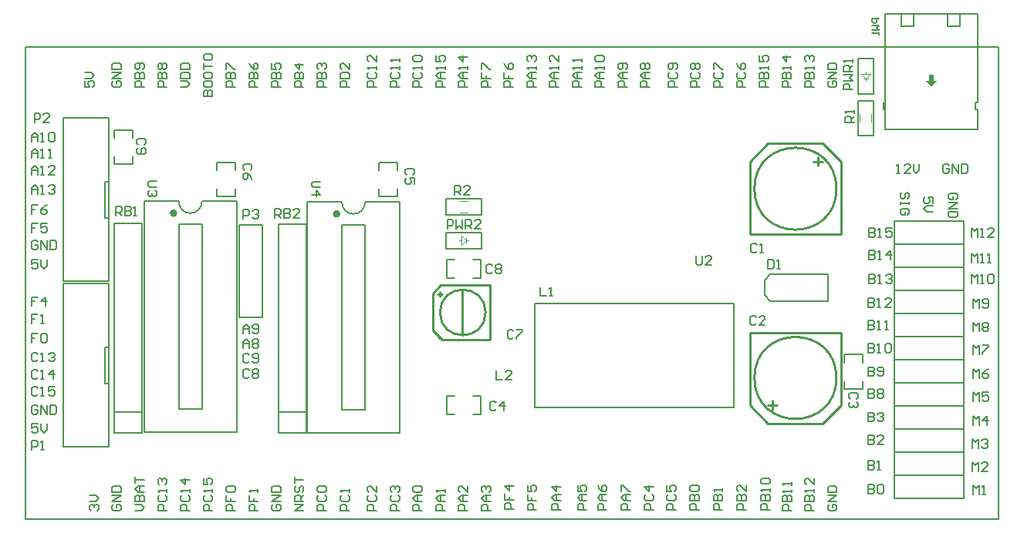
<source format=gto>
G04 Layer_Color=65535*
%FSLAX44Y44*%
%MOMM*%
G71*
G01*
G75*
%ADD22C,0.2540*%
%ADD39C,0.1778*%
%ADD40C,0.3810*%
%ADD41C,0.2000*%
%ADD42C,0.1780*%
%ADD43C,0.1500*%
%ADD44C,0.1270*%
%ADD45C,0.1016*%
%ADD46C,0.1000*%
G36*
X-20460Y446940D02*
X-16650D01*
X-23000Y440590D01*
X-29350Y446940D01*
X-25540D01*
Y453290D01*
X-20460D01*
Y446940D01*
D02*
G37*
D22*
X-127000Y120000D02*
G03*
X-127000Y120000I-45000J0D01*
G01*
Y328000D02*
G03*
X-127000Y328000I-45000J0D01*
G01*
X-512000Y192000D02*
G03*
X-512000Y192000I-25000J0D01*
G01*
X-222000Y90000D02*
X-202000Y70000D01*
X-142000D01*
X-122000Y90000D01*
Y170000D01*
X-222000D02*
X-122000D01*
X-222000Y90000D02*
Y170000D01*
X-202000Y70000D02*
X-142000D01*
X-202000Y90000D02*
X-192000D01*
X-197000D02*
Y95000D01*
Y85000D02*
Y90000D01*
X-142000Y378000D02*
X-122000Y358000D01*
X-202000Y378000D02*
X-142000D01*
X-222000Y358000D02*
X-202000Y378000D01*
X-222000Y278000D02*
Y358000D01*
Y278000D02*
X-122000D01*
Y358000D01*
X-202000Y378000D02*
X-142000D01*
X-152000Y358000D02*
X-142000D01*
X-147000Y353000D02*
Y358000D01*
Y363000D01*
X-562000Y209500D02*
Y214500D01*
X-538000Y168000D02*
Y216000D01*
X-570000Y172000D02*
Y213000D01*
X-561000Y222000D01*
X-507000D01*
X-570000Y172000D02*
X-562000Y164000D01*
X-560000Y162000D02*
X-507000D01*
X-570000Y213000D02*
X-562000Y221000D01*
X-570000Y211000D02*
Y213000D01*
Y172000D02*
X-560000Y162000D01*
X-570000Y172000D02*
Y174000D01*
X-507000Y162000D02*
Y222000D01*
X-564500Y212000D02*
X-559500D01*
D39*
X-848588Y314196D02*
G03*
X-823200Y314100I12693J-430D01*
G01*
X-669588Y313396D02*
G03*
X-644200Y313300I12693J-430D01*
G01*
X27800Y399442D02*
Y415190D01*
X25260Y422810D02*
X27800D01*
X25260Y415190D02*
Y422810D01*
Y415190D02*
X27800D01*
X-73800Y393600D02*
X27800D01*
X-73800Y399442D02*
Y520600D01*
X27800Y422810D02*
Y520600D01*
X-73800D02*
X27800D01*
X-56020Y506630D02*
Y520600D01*
Y506630D02*
X-42050D01*
Y520600D01*
X-5220Y506630D02*
Y520600D01*
Y506630D02*
X8750D01*
Y520600D01*
X-75070Y415190D02*
Y422810D01*
X-458220Y202150D02*
X-239780D01*
X-458220Y87850D02*
Y202150D01*
Y87850D02*
X-239780D01*
Y202150D01*
X-785100Y60100D02*
Y314100D01*
X-886700Y60100D02*
X-785100D01*
X-886700D02*
Y314100D01*
X-822946D02*
X-785100D01*
X-886700D02*
X-848600D01*
X-823200Y85500D02*
Y288700D01*
X-848600Y85500D02*
X-823200D01*
X-848600D02*
Y288700D01*
X-823200D01*
X-606100Y59300D02*
Y313300D01*
X-707700Y59300D02*
X-606100D01*
X-707700D02*
Y313300D01*
X-643946D02*
X-606100D01*
X-707700D02*
X-669600D01*
X-644200Y84700D02*
Y287900D01*
X-669600Y84700D02*
X-644200D01*
X-669600D02*
Y287900D01*
X-644200D01*
X-919510Y82760D02*
X-889030D01*
X-919510Y59900D02*
X-889030D01*
Y289770D01*
X-919510D02*
X-889030D01*
X-919510Y59900D02*
Y289770D01*
X-739510Y82160D02*
X-709030D01*
X-739510Y59300D02*
X-709030D01*
Y289170D01*
X-739510D02*
X-709030D01*
X-739510Y59300D02*
Y289170D01*
X-554796Y79840D02*
X-546160D01*
X-554796D02*
Y90000D01*
Y100160D01*
X-546160D01*
X-525840D02*
X-517204D01*
Y90000D02*
Y100160D01*
Y79840D02*
Y90000D01*
X-525840Y79840D02*
X-517204D01*
X-629160Y348320D02*
Y356956D01*
X-619000D01*
X-608840D01*
Y348320D02*
Y356956D01*
Y319364D02*
Y328000D01*
X-619000Y319364D02*
X-608840D01*
X-629160D02*
X-619000D01*
X-629160D02*
Y328000D01*
X-807160Y348160D02*
Y356796D01*
X-797000D01*
X-786840D01*
Y348160D02*
Y356796D01*
Y319204D02*
Y327840D01*
X-797000Y319204D02*
X-786840D01*
X-807160D02*
X-797000D01*
X-807160D02*
Y327840D01*
X-118160Y137000D02*
Y145636D01*
X-108000D01*
X-97840D01*
Y137000D02*
Y145636D01*
Y108044D02*
Y116680D01*
X-108000Y108044D02*
X-97840D01*
X-118160D02*
X-108000D01*
X-118160D02*
Y116680D01*
X-525840Y250160D02*
X-517204D01*
Y240000D02*
Y250160D01*
Y229840D02*
Y240000D01*
X-525840Y229840D02*
X-517204D01*
X-554796D02*
X-546160D01*
X-554796D02*
Y240000D01*
Y250160D01*
X-546160D01*
X-919160Y384000D02*
Y392636D01*
X-909000D01*
X-898840D01*
Y384000D02*
Y392636D01*
Y355044D02*
Y363680D01*
X-909000Y355044D02*
X-898840D01*
X-919160D02*
X-909000D01*
X-919160D02*
Y363680D01*
D40*
X-852410Y301146D02*
G03*
X-852410Y301146I-2032J0D01*
G01*
X-673410Y300346D02*
G03*
X-673410Y300346I-2032J0D01*
G01*
D41*
X-782700Y287900D02*
X-757300D01*
Y186300D02*
Y287900D01*
X-782700Y186300D02*
Y287900D01*
Y186300D02*
X-757300D01*
X-63500Y292100D02*
X12700D01*
X-63500Y266700D02*
Y292100D01*
Y266700D02*
X12700D01*
Y292100D01*
X-63500Y266700D02*
X12700D01*
X-63500Y241300D02*
Y266700D01*
Y241300D02*
X12700D01*
Y266700D01*
X-63500Y241300D02*
X12700D01*
X-63500Y215900D02*
Y241300D01*
Y215900D02*
X12700D01*
Y241300D01*
X-63500Y215900D02*
X12700D01*
X-63500Y190500D02*
Y215900D01*
Y190500D02*
X12700D01*
Y215900D01*
X-63500Y190500D02*
X12700D01*
X-63500Y165100D02*
Y190500D01*
Y165100D02*
X12700D01*
Y190500D01*
X-63500Y165100D02*
X12700D01*
X-63500Y139700D02*
Y165100D01*
Y139700D02*
X12700D01*
Y165100D01*
X-63500Y139700D02*
X12700D01*
X-63500Y114300D02*
Y139700D01*
Y114300D02*
X12700D01*
Y139700D01*
X-63500Y114300D02*
X12700D01*
X-63500Y88900D02*
Y114300D01*
Y88900D02*
X12700D01*
Y114300D01*
X-63500Y88900D02*
X12700D01*
X-63500Y63500D02*
Y88900D01*
Y63500D02*
X12700D01*
Y88900D01*
X-63500Y63500D02*
X12700D01*
X-63500Y38100D02*
Y63500D01*
Y38100D02*
X12700D01*
Y63500D01*
X-63500Y38100D02*
X12700D01*
X-63500Y12700D02*
Y38100D01*
Y12700D02*
X12700D01*
Y38100D01*
X-63500Y12700D02*
X12700D01*
X-63500Y-12700D02*
Y12700D01*
Y-12700D02*
X12700D01*
Y12700D01*
X-1017000Y-35500D02*
Y484000D01*
Y-35500D02*
X50800D01*
X-1017000Y484000D02*
X50800D01*
Y-35500D02*
Y484000D01*
X-205780Y211110D02*
X-199430Y204760D01*
X-205780Y227620D02*
X-199430Y233970D01*
X-205780Y223040D02*
Y227620D01*
X-199430Y233970D02*
X-135930D01*
Y204760D02*
Y233970D01*
X-199430Y204760D02*
X-135930D01*
X-205780Y211110D02*
Y223040D01*
D42*
X27800Y393600D02*
Y399696D01*
X-73800Y393600D02*
Y399442D01*
D43*
X-975000Y406000D02*
X-925000D01*
X-975000Y226000D02*
Y406000D01*
X-945000Y226000D02*
X-925000D01*
X-975000D02*
X-945000D01*
X-925000D02*
Y406000D01*
X-930000Y296000D02*
X-925000D01*
X-930000D02*
Y336000D01*
X-925000D01*
X-975000Y224000D02*
X-925000D01*
X-975000Y44000D02*
Y224000D01*
X-945000Y44000D02*
X-925000D01*
X-975000D02*
X-945000D01*
X-925000D02*
Y224000D01*
X-930000Y114000D02*
X-925000D01*
X-930000D02*
Y154000D01*
X-925000D01*
D44*
X-103382Y386012D02*
X-86364D01*
X-103382D02*
Y424874D01*
X-86364D01*
Y386012D02*
Y424874D01*
X-103636Y470988D02*
X-86618D01*
Y432126D02*
Y470988D01*
X-103636Y432126D02*
X-86618D01*
X-103636D02*
Y470988D01*
X-516442Y299618D02*
Y316636D01*
X-555304Y299618D02*
X-516442D01*
X-555304D02*
Y316636D01*
X-516442D01*
X-555558Y262364D02*
Y279382D01*
X-516696D01*
Y262364D02*
Y279382D01*
X-555558Y262364D02*
X-516696D01*
X-3336Y353331D02*
X-5002Y354997D01*
X-8334D01*
X-10000Y353331D01*
Y346666D01*
X-8334Y345000D01*
X-5002D01*
X-3336Y346666D01*
Y349998D01*
X-6668D01*
X-3Y345000D02*
Y354997D01*
X6661Y345000D01*
Y354997D01*
X9994D02*
Y345000D01*
X14992D01*
X16658Y346666D01*
Y353331D01*
X14992Y354997D01*
X9994D01*
X-61000Y345000D02*
X-57668D01*
X-59334D01*
Y354997D01*
X-61000Y353331D01*
X-46005Y345000D02*
X-52669D01*
X-46005Y351665D01*
Y353331D01*
X-47671Y354997D01*
X-51003D01*
X-52669Y353331D01*
X-42673Y354997D02*
Y348332D01*
X-39340Y345000D01*
X-36008Y348332D01*
Y354997D01*
X-771336Y128331D02*
X-773002Y129997D01*
X-776334D01*
X-778000Y128331D01*
Y121666D01*
X-776334Y120000D01*
X-773002D01*
X-771336Y121666D01*
X-768003Y128331D02*
X-766337Y129997D01*
X-763005D01*
X-761339Y128331D01*
Y126664D01*
X-763005Y124998D01*
X-761339Y123332D01*
Y121666D01*
X-763005Y120000D01*
X-766337D01*
X-768003Y121666D01*
Y123332D01*
X-766337Y124998D01*
X-768003Y126664D01*
Y128331D01*
X-766337Y124998D02*
X-763005D01*
X-771336Y145331D02*
X-773002Y146997D01*
X-776334D01*
X-778000Y145331D01*
Y138666D01*
X-776334Y137000D01*
X-773002D01*
X-771336Y138666D01*
X-768003D02*
X-766337Y137000D01*
X-763005D01*
X-761339Y138666D01*
Y145331D01*
X-763005Y146997D01*
X-766337D01*
X-768003Y145331D01*
Y143665D01*
X-766337Y141998D01*
X-761339D01*
X-778000Y153000D02*
Y159664D01*
X-774668Y162997D01*
X-771336Y159664D01*
Y153000D01*
Y157998D01*
X-778000D01*
X-768003Y161331D02*
X-766337Y162997D01*
X-763005D01*
X-761339Y161331D01*
Y159664D01*
X-763005Y157998D01*
X-761339Y156332D01*
Y154666D01*
X-763005Y153000D01*
X-766337D01*
X-768003Y154666D01*
Y156332D01*
X-766337Y157998D01*
X-768003Y159664D01*
Y161331D01*
X-766337Y157998D02*
X-763005D01*
X-778000Y169000D02*
Y175665D01*
X-774668Y178997D01*
X-771336Y175665D01*
Y169000D01*
Y173998D01*
X-778000D01*
X-768003Y170666D02*
X-766337Y169000D01*
X-763005D01*
X-761339Y170666D01*
Y177331D01*
X-763005Y178997D01*
X-766337D01*
X-768003Y177331D01*
Y175665D01*
X-766337Y173998D01*
X-761339D01*
X-778000Y295000D02*
Y304997D01*
X-773002D01*
X-771336Y303331D01*
Y299998D01*
X-773002Y298332D01*
X-778000D01*
X-768003Y303331D02*
X-766337Y304997D01*
X-763005D01*
X-761339Y303331D01*
Y301665D01*
X-763005Y299998D01*
X-764671D01*
X-763005D01*
X-761339Y298332D01*
Y296666D01*
X-763005Y295000D01*
X-766337D01*
X-768003Y296666D01*
X-80150Y515520D02*
X-87767D01*
Y511711D01*
X-86498Y510442D01*
X-83959D01*
X-82689Y511711D01*
Y515520D01*
X-87767Y507902D02*
X-80150D01*
X-82689Y505363D01*
X-80150Y502824D01*
X-87767D01*
X-80150Y500285D02*
Y497746D01*
Y499015D01*
X-87767D01*
X-86498Y500285D01*
X21000Y275000D02*
Y284997D01*
X24332Y281665D01*
X27664Y284997D01*
Y275000D01*
X30997D02*
X34329D01*
X32663D01*
Y284997D01*
X30997Y283331D01*
X45992Y275000D02*
X39327D01*
X45992Y281665D01*
Y283331D01*
X44326Y284997D01*
X40994D01*
X39327Y283331D01*
X21000Y247000D02*
Y256997D01*
X24332Y253664D01*
X27664Y256997D01*
Y247000D01*
X30997D02*
X34329D01*
X32663D01*
Y256997D01*
X30997Y255331D01*
X39327Y247000D02*
X42660D01*
X40994D01*
Y256997D01*
X39327Y255331D01*
X21000Y224000D02*
Y233997D01*
X24332Y230665D01*
X27664Y233997D01*
Y224000D01*
X30997D02*
X34329D01*
X32663D01*
Y233997D01*
X30997Y232331D01*
X39327D02*
X40994Y233997D01*
X44326D01*
X45992Y232331D01*
Y225666D01*
X44326Y224000D01*
X40994D01*
X39327Y225666D01*
Y232331D01*
X23000Y197000D02*
Y206997D01*
X26332Y203664D01*
X29664Y206997D01*
Y197000D01*
X32997Y198666D02*
X34663Y197000D01*
X37995D01*
X39661Y198666D01*
Y205331D01*
X37995Y206997D01*
X34663D01*
X32997Y205331D01*
Y203664D01*
X34663Y201998D01*
X39661D01*
X23000Y171000D02*
Y180997D01*
X26332Y177665D01*
X29664Y180997D01*
Y171000D01*
X32997Y179331D02*
X34663Y180997D01*
X37995D01*
X39661Y179331D01*
Y177665D01*
X37995Y175998D01*
X39661Y174332D01*
Y172666D01*
X37995Y171000D01*
X34663D01*
X32997Y172666D01*
Y174332D01*
X34663Y175998D01*
X32997Y177665D01*
Y179331D01*
X34663Y175998D02*
X37995D01*
X23000Y146000D02*
Y155997D01*
X26332Y152664D01*
X29664Y155997D01*
Y146000D01*
X32997Y155997D02*
X39661D01*
Y154331D01*
X32997Y147666D01*
Y146000D01*
X23000Y120000D02*
Y129997D01*
X26332Y126664D01*
X29664Y129997D01*
Y120000D01*
X39661Y129997D02*
X36329Y128331D01*
X32997Y124998D01*
Y121666D01*
X34663Y120000D01*
X37995D01*
X39661Y121666D01*
Y123332D01*
X37995Y124998D01*
X32997D01*
X23000Y94600D02*
Y104597D01*
X26332Y101264D01*
X29664Y104597D01*
Y94600D01*
X39661Y104597D02*
X32997D01*
Y99598D01*
X36329Y101264D01*
X37995D01*
X39661Y99598D01*
Y96266D01*
X37995Y94600D01*
X34663D01*
X32997Y96266D01*
X23000Y68200D02*
Y78197D01*
X26332Y74865D01*
X29664Y78197D01*
Y68200D01*
X37995D02*
Y78197D01*
X32997Y73198D01*
X39661D01*
X22000Y42800D02*
Y52797D01*
X25332Y49465D01*
X28665Y52797D01*
Y42800D01*
X31997Y51131D02*
X33663Y52797D01*
X36995D01*
X38661Y51131D01*
Y49465D01*
X36995Y47798D01*
X35329D01*
X36995D01*
X38661Y46132D01*
Y44466D01*
X36995Y42800D01*
X33663D01*
X31997Y44466D01*
X22200Y17400D02*
Y27397D01*
X25532Y24065D01*
X28865Y27397D01*
Y17400D01*
X38861D02*
X32197D01*
X38861Y24065D01*
Y25731D01*
X37195Y27397D01*
X33863D01*
X32197Y25731D01*
X23200Y-8000D02*
Y1997D01*
X26532Y-1336D01*
X29864Y1997D01*
Y-8000D01*
X33197D02*
X36529D01*
X34863D01*
Y1997D01*
X33197Y331D01*
X-214335Y266331D02*
X-216002Y267997D01*
X-219334D01*
X-221000Y266331D01*
Y259666D01*
X-219334Y258000D01*
X-216002D01*
X-214335Y259666D01*
X-211003Y258000D02*
X-207671D01*
X-209337D01*
Y267997D01*
X-211003Y266331D01*
X-215336Y186331D02*
X-217002Y187997D01*
X-220334D01*
X-222000Y186331D01*
Y179666D01*
X-220334Y178000D01*
X-217002D01*
X-215336Y179666D01*
X-205339Y178000D02*
X-212003D01*
X-205339Y184664D01*
Y186331D01*
X-207005Y187997D01*
X-210337D01*
X-212003Y186331D01*
X-202000Y249997D02*
Y240000D01*
X-197002D01*
X-195336Y241666D01*
Y248331D01*
X-197002Y249997D01*
X-202000D01*
X-192003Y240000D02*
X-188671D01*
X-190337D01*
Y249997D01*
X-192003Y248331D01*
X-452000Y219997D02*
Y210000D01*
X-445336D01*
X-442003D02*
X-438671D01*
X-440337D01*
Y219997D01*
X-442003Y218331D01*
X-872543Y336540D02*
X-880874D01*
X-882540Y334874D01*
Y331542D01*
X-880874Y329875D01*
X-872543D01*
X-874209Y326543D02*
X-872543Y324877D01*
Y321545D01*
X-874209Y319879D01*
X-875875D01*
X-877542Y321545D01*
Y323211D01*
Y321545D01*
X-879208Y319879D01*
X-880874D01*
X-882540Y321545D01*
Y324877D01*
X-880874Y326543D01*
X-693003Y336000D02*
X-701334D01*
X-703000Y334334D01*
Y331002D01*
X-701334Y329336D01*
X-693003D01*
X-703000Y321005D02*
X-693003D01*
X-698002Y326003D01*
Y319339D01*
X-917859Y298279D02*
Y308276D01*
X-912861D01*
X-911195Y306610D01*
Y303277D01*
X-912861Y301611D01*
X-917859D01*
X-914527D02*
X-911195Y298279D01*
X-907862Y308276D02*
Y298279D01*
X-902864D01*
X-901198Y299945D01*
Y301611D01*
X-902864Y303277D01*
X-907862D01*
X-902864D01*
X-901198Y304944D01*
Y306610D01*
X-902864Y308276D01*
X-907862D01*
X-897865Y298279D02*
X-894533D01*
X-896199D01*
Y308276D01*
X-897865Y306610D01*
X-743000Y296000D02*
Y305997D01*
X-738002D01*
X-736336Y304331D01*
Y300998D01*
X-738002Y299332D01*
X-743000D01*
X-739668D02*
X-736336Y296000D01*
X-733003Y305997D02*
Y296000D01*
X-728005D01*
X-726339Y297666D01*
Y299332D01*
X-728005Y300998D01*
X-733003D01*
X-728005D01*
X-726339Y302665D01*
Y304331D01*
X-728005Y305997D01*
X-733003D01*
X-716342Y296000D02*
X-723007D01*
X-716342Y302665D01*
Y304331D01*
X-718008Y305997D01*
X-721340D01*
X-723007Y304331D01*
X-1010000Y41000D02*
Y50997D01*
X-1005002D01*
X-1003335Y49331D01*
Y45998D01*
X-1005002Y44332D01*
X-1010000D01*
X-1000003Y41000D02*
X-996671D01*
X-998337D01*
Y50997D01*
X-1000003Y49331D01*
X-1007000Y401000D02*
Y410997D01*
X-1002002D01*
X-1000335Y409331D01*
Y405998D01*
X-1002002Y404332D01*
X-1007000D01*
X-990339Y401000D02*
X-997003D01*
X-990339Y407664D01*
Y409331D01*
X-992005Y410997D01*
X-995337D01*
X-997003Y409331D01*
X-104669Y97176D02*
X-103003Y98842D01*
Y102174D01*
X-104669Y103840D01*
X-111334D01*
X-113000Y102174D01*
Y98842D01*
X-111334Y97176D01*
X-104669Y93843D02*
X-103003Y92177D01*
Y88845D01*
X-104669Y87179D01*
X-106335D01*
X-108002Y88845D01*
Y90511D01*
Y88845D01*
X-109668Y87179D01*
X-111334D01*
X-113000Y88845D01*
Y92177D01*
X-111334Y93843D01*
X-500336Y92331D02*
X-502002Y93997D01*
X-505334D01*
X-507000Y92331D01*
Y85666D01*
X-505334Y84000D01*
X-502002D01*
X-500336Y85666D01*
X-492005Y84000D02*
Y93997D01*
X-497003Y88998D01*
X-490339D01*
X-591669Y343335D02*
X-590003Y345002D01*
Y348334D01*
X-591669Y350000D01*
X-598334D01*
X-600000Y348334D01*
Y345002D01*
X-598334Y343335D01*
X-590003Y333339D02*
Y340003D01*
X-595002D01*
X-593335Y336671D01*
Y335005D01*
X-595002Y333339D01*
X-598334D01*
X-600000Y335005D01*
Y338337D01*
X-598334Y340003D01*
X-770000Y348480D02*
X-768334Y350147D01*
Y353479D01*
X-770000Y355145D01*
X-776665D01*
X-778331Y353479D01*
Y350147D01*
X-776665Y348480D01*
X-768334Y338484D02*
X-770000Y341816D01*
X-773333Y345148D01*
X-776665D01*
X-778331Y343482D01*
Y340150D01*
X-776665Y338484D01*
X-774999D01*
X-773333Y340150D01*
Y345148D01*
X-481335Y171331D02*
X-483002Y172997D01*
X-486334D01*
X-488000Y171331D01*
Y164666D01*
X-486334Y163000D01*
X-483002D01*
X-481335Y164666D01*
X-478003Y172997D02*
X-471339D01*
Y171331D01*
X-478003Y164666D01*
Y163000D01*
X-504336Y243331D02*
X-506002Y244997D01*
X-509334D01*
X-511000Y243331D01*
Y236666D01*
X-509334Y235000D01*
X-506002D01*
X-504336Y236666D01*
X-501003Y243331D02*
X-499337Y244997D01*
X-496005D01*
X-494339Y243331D01*
Y241665D01*
X-496005Y239998D01*
X-494339Y238332D01*
Y236666D01*
X-496005Y235000D01*
X-499337D01*
X-501003Y236666D01*
Y238332D01*
X-499337Y239998D01*
X-501003Y241665D01*
Y243331D01*
X-499337Y239998D02*
X-496005D01*
X-500000Y127997D02*
Y118000D01*
X-493335D01*
X-483339D02*
X-490003D01*
X-483339Y124664D01*
Y126331D01*
X-485005Y127997D01*
X-488337D01*
X-490003Y126331D01*
X-281000Y253997D02*
Y245666D01*
X-279334Y244000D01*
X-276002D01*
X-274335Y245666D01*
Y253997D01*
X-264339Y244000D02*
X-271003D01*
X-264339Y250665D01*
Y252331D01*
X-266005Y253997D01*
X-269337D01*
X-271003Y252331D01*
X-886669Y376335D02*
X-885003Y378002D01*
Y381334D01*
X-886669Y383000D01*
X-893334D01*
X-895000Y381334D01*
Y378002D01*
X-893334Y376335D01*
Y373003D02*
X-895000Y371337D01*
Y368005D01*
X-893334Y366339D01*
X-886669D01*
X-885003Y368005D01*
Y371337D01*
X-886669Y373003D01*
X-888335D01*
X-890002Y371337D01*
Y366339D01*
X-109000Y436860D02*
X-118997D01*
Y441858D01*
X-117331Y443525D01*
X-113998D01*
X-112332Y441858D01*
Y436860D01*
X-118997Y446857D02*
X-109000D01*
X-112332Y450189D01*
X-109000Y453521D01*
X-118997D01*
X-109000Y456854D02*
X-118997D01*
Y461852D01*
X-117331Y463518D01*
X-113998D01*
X-112332Y461852D01*
Y456854D01*
Y460186D02*
X-109000Y463518D01*
Y466850D02*
Y470183D01*
Y468517D01*
X-118997D01*
X-117331Y466850D01*
X-107730Y400730D02*
X-117727D01*
Y405728D01*
X-116061Y407394D01*
X-112728D01*
X-111062Y405728D01*
Y400730D01*
Y404062D02*
X-107730Y407394D01*
Y410727D02*
Y414059D01*
Y412393D01*
X-117727D01*
X-116061Y410727D01*
X-554000Y284000D02*
Y293997D01*
X-549002D01*
X-547336Y292331D01*
Y288998D01*
X-549002Y287332D01*
X-554000D01*
X-544003Y293997D02*
Y284000D01*
X-540671Y287332D01*
X-537339Y284000D01*
Y293997D01*
X-534007Y284000D02*
Y293997D01*
X-529008D01*
X-527342Y292331D01*
Y288998D01*
X-529008Y287332D01*
X-534007D01*
X-530674D02*
X-527342Y284000D01*
X-517345D02*
X-524010D01*
X-517345Y290665D01*
Y292331D01*
X-519011Y293997D01*
X-522343D01*
X-524010Y292331D01*
X-546000Y321000D02*
Y330997D01*
X-541002D01*
X-539336Y329331D01*
Y325998D01*
X-541002Y324332D01*
X-546000D01*
X-542668D02*
X-539336Y321000D01*
X-529339D02*
X-536003D01*
X-529339Y327664D01*
Y329331D01*
X-531005Y330997D01*
X-534337D01*
X-536003Y329331D01*
X-200000Y-25000D02*
X-209997D01*
Y-20002D01*
X-208331Y-18335D01*
X-204998D01*
X-203332Y-20002D01*
Y-25000D01*
X-209997Y-15003D02*
X-200000D01*
Y-10005D01*
X-201666Y-8339D01*
X-203332D01*
X-204998Y-10005D01*
Y-15003D01*
Y-10005D01*
X-206665Y-8339D01*
X-208331D01*
X-209997Y-10005D01*
Y-15003D01*
X-200000Y-5006D02*
Y-1674D01*
Y-3340D01*
X-209997D01*
X-208331Y-5006D01*
Y3324D02*
X-209997Y4990D01*
Y8323D01*
X-208331Y9989D01*
X-201666D01*
X-200000Y8323D01*
Y4990D01*
X-201666Y3324D01*
X-208331D01*
X-226000Y-25000D02*
X-235997D01*
Y-20002D01*
X-234331Y-18335D01*
X-230998D01*
X-229332Y-20002D01*
Y-25000D01*
X-235997Y-15003D02*
X-226000D01*
Y-10005D01*
X-227666Y-8339D01*
X-229332D01*
X-230998Y-10005D01*
Y-15003D01*
Y-10005D01*
X-232665Y-8339D01*
X-234331D01*
X-235997Y-10005D01*
Y-15003D01*
X-226000Y1658D02*
Y-5006D01*
X-232665Y1658D01*
X-234331D01*
X-235997Y-8D01*
Y-3340D01*
X-234331Y-5006D01*
X-331600Y439500D02*
X-341597D01*
Y444498D01*
X-339931Y446165D01*
X-336598D01*
X-334932Y444498D01*
Y439500D01*
X-331600Y449497D02*
X-338265D01*
X-341597Y452829D01*
X-338265Y456161D01*
X-331600D01*
X-336598D01*
Y449497D01*
X-339931Y459493D02*
X-341597Y461160D01*
Y464492D01*
X-339931Y466158D01*
X-338265D01*
X-336598Y464492D01*
X-334932Y466158D01*
X-333266D01*
X-331600Y464492D01*
Y461160D01*
X-333266Y459493D01*
X-334932D01*
X-336598Y461160D01*
X-338265Y459493D01*
X-339931D01*
X-336598Y461160D02*
Y464492D01*
X-356600Y439500D02*
X-366597D01*
Y444498D01*
X-364931Y446165D01*
X-361598D01*
X-359932Y444498D01*
Y439500D01*
X-356600Y449497D02*
X-363265D01*
X-366597Y452829D01*
X-363265Y456161D01*
X-356600D01*
X-361598D01*
Y449497D01*
X-358266Y459493D02*
X-356600Y461160D01*
Y464492D01*
X-358266Y466158D01*
X-364931D01*
X-366597Y464492D01*
Y461160D01*
X-364931Y459493D01*
X-363265D01*
X-361598Y461160D01*
Y466158D01*
X-919931Y446165D02*
X-921597Y444498D01*
Y441166D01*
X-919931Y439500D01*
X-913266D01*
X-911600Y441166D01*
Y444498D01*
X-913266Y446165D01*
X-916598D01*
Y442832D01*
X-911600Y449497D02*
X-921597D01*
X-911600Y456161D01*
X-921597D01*
Y459493D02*
X-911600D01*
Y464492D01*
X-913266Y466158D01*
X-919931D01*
X-921597Y464492D01*
Y459493D01*
X-951597Y446165D02*
Y439500D01*
X-946598D01*
X-948264Y442832D01*
Y444498D01*
X-946598Y446165D01*
X-943266D01*
X-941600Y444498D01*
Y441166D01*
X-943266Y439500D01*
X-951597Y449497D02*
X-944932D01*
X-941600Y452829D01*
X-944932Y456161D01*
X-951597D01*
X-886600Y439500D02*
X-896597D01*
Y444498D01*
X-894931Y446165D01*
X-891598D01*
X-889932Y444498D01*
Y439500D01*
X-896597Y449497D02*
X-886600D01*
Y454495D01*
X-888266Y456161D01*
X-889932D01*
X-891598Y454495D01*
Y449497D01*
Y454495D01*
X-893264Y456161D01*
X-894931D01*
X-896597Y454495D01*
Y449497D01*
X-888266Y459493D02*
X-886600Y461160D01*
Y464492D01*
X-888266Y466158D01*
X-894931D01*
X-896597Y464492D01*
Y461160D01*
X-894931Y459493D01*
X-893264D01*
X-891598Y461160D01*
Y466158D01*
X-861600Y439500D02*
X-871597D01*
Y444498D01*
X-869931Y446165D01*
X-866598D01*
X-864932Y444498D01*
Y439500D01*
X-871597Y449497D02*
X-861600D01*
Y454495D01*
X-863266Y456161D01*
X-864932D01*
X-866598Y454495D01*
Y449497D01*
Y454495D01*
X-868264Y456161D01*
X-869931D01*
X-871597Y454495D01*
Y449497D01*
X-869931Y459493D02*
X-871597Y461160D01*
Y464492D01*
X-869931Y466158D01*
X-868264D01*
X-866598Y464492D01*
X-864932Y466158D01*
X-863266D01*
X-861600Y464492D01*
Y461160D01*
X-863266Y459493D01*
X-864932D01*
X-866598Y461160D01*
X-868264Y459493D01*
X-869931D01*
X-866598Y461160D02*
Y464492D01*
X-846597Y439500D02*
X-839932D01*
X-836600Y442832D01*
X-839932Y446165D01*
X-846597D01*
Y449497D02*
X-836600D01*
Y454495D01*
X-838266Y456161D01*
X-844931D01*
X-846597Y454495D01*
Y449497D01*
Y459493D02*
X-836600D01*
Y464492D01*
X-838266Y466158D01*
X-844931D01*
X-846597Y464492D01*
Y459493D01*
X-821597Y429500D02*
X-811600D01*
Y434498D01*
X-813266Y436165D01*
X-814932D01*
X-816598Y434498D01*
Y429500D01*
Y434498D01*
X-818264Y436165D01*
X-819931D01*
X-821597Y434498D01*
Y429500D01*
Y444495D02*
Y441163D01*
X-819931Y439497D01*
X-813266D01*
X-811600Y441163D01*
Y444495D01*
X-813266Y446161D01*
X-819931D01*
X-821597Y444495D01*
Y454492D02*
Y451160D01*
X-819931Y449493D01*
X-813266D01*
X-811600Y451160D01*
Y454492D01*
X-813266Y456158D01*
X-819931D01*
X-821597Y454492D01*
Y459490D02*
Y466155D01*
Y462823D01*
X-811600D01*
X-819931Y469487D02*
X-821597Y471153D01*
Y474486D01*
X-819931Y476152D01*
X-813266D01*
X-811600Y474486D01*
Y471153D01*
X-813266Y469487D01*
X-819931D01*
X-786600Y439500D02*
X-796597D01*
Y444498D01*
X-794931Y446165D01*
X-791598D01*
X-789932Y444498D01*
Y439500D01*
X-796597Y449497D02*
X-786600D01*
Y454495D01*
X-788266Y456161D01*
X-789932D01*
X-791598Y454495D01*
Y449497D01*
Y454495D01*
X-793264Y456161D01*
X-794931D01*
X-796597Y454495D01*
Y449497D01*
Y459493D02*
Y466158D01*
X-794931D01*
X-788266Y459493D01*
X-786600D01*
X-761600Y439500D02*
X-771597D01*
Y444498D01*
X-769931Y446165D01*
X-766598D01*
X-764932Y444498D01*
Y439500D01*
X-771597Y449497D02*
X-761600D01*
Y454495D01*
X-763266Y456161D01*
X-764932D01*
X-766598Y454495D01*
Y449497D01*
Y454495D01*
X-768264Y456161D01*
X-769931D01*
X-771597Y454495D01*
Y449497D01*
Y466158D02*
X-769931Y462826D01*
X-766598Y459493D01*
X-763266D01*
X-761600Y461160D01*
Y464492D01*
X-763266Y466158D01*
X-764932D01*
X-766598Y464492D01*
Y459493D01*
X-736600Y439500D02*
X-746597D01*
Y444498D01*
X-744931Y446165D01*
X-741598D01*
X-739932Y444498D01*
Y439500D01*
X-746597Y449497D02*
X-736600D01*
Y454495D01*
X-738266Y456161D01*
X-739932D01*
X-741598Y454495D01*
Y449497D01*
Y454495D01*
X-743264Y456161D01*
X-744931D01*
X-746597Y454495D01*
Y449497D01*
Y466158D02*
Y459493D01*
X-741598D01*
X-743264Y462826D01*
Y464492D01*
X-741598Y466158D01*
X-738266D01*
X-736600Y464492D01*
Y461160D01*
X-738266Y459493D01*
X-711600Y439500D02*
X-721597D01*
Y444498D01*
X-719931Y446165D01*
X-716598D01*
X-714932Y444498D01*
Y439500D01*
X-721597Y449497D02*
X-711600D01*
Y454495D01*
X-713266Y456161D01*
X-714932D01*
X-716598Y454495D01*
Y449497D01*
Y454495D01*
X-718264Y456161D01*
X-719931D01*
X-721597Y454495D01*
Y449497D01*
X-711600Y464492D02*
X-721597D01*
X-716598Y459493D01*
Y466158D01*
X-686600Y439500D02*
X-696597D01*
Y444498D01*
X-694931Y446165D01*
X-691598D01*
X-689932Y444498D01*
Y439500D01*
X-696597Y449497D02*
X-686600D01*
Y454495D01*
X-688266Y456161D01*
X-689932D01*
X-691598Y454495D01*
Y449497D01*
Y454495D01*
X-693264Y456161D01*
X-694931D01*
X-696597Y454495D01*
Y449497D01*
X-694931Y459493D02*
X-696597Y461160D01*
Y464492D01*
X-694931Y466158D01*
X-693264D01*
X-691598Y464492D01*
Y462826D01*
Y464492D01*
X-689932Y466158D01*
X-688266D01*
X-686600Y464492D01*
Y461160D01*
X-688266Y459493D01*
X-661600Y439500D02*
X-671597D01*
Y444498D01*
X-669931Y446165D01*
X-666598D01*
X-664932Y444498D01*
Y439500D01*
X-671597Y449497D02*
X-661600D01*
Y454495D01*
X-663266Y456161D01*
X-669931D01*
X-671597Y454495D01*
Y449497D01*
X-661600Y466158D02*
Y459493D01*
X-668264Y466158D01*
X-669931D01*
X-671597Y464492D01*
Y461160D01*
X-669931Y459493D01*
X-631600Y439500D02*
X-641597D01*
Y444498D01*
X-639931Y446165D01*
X-636598D01*
X-634932Y444498D01*
Y439500D01*
X-639931Y456161D02*
X-641597Y454495D01*
Y451163D01*
X-639931Y449497D01*
X-633266D01*
X-631600Y451163D01*
Y454495D01*
X-633266Y456161D01*
X-631600Y459493D02*
Y462826D01*
Y461160D01*
X-641597D01*
X-639931Y459493D01*
X-631600Y474489D02*
Y467824D01*
X-638265Y474489D01*
X-639931D01*
X-641597Y472823D01*
Y469490D01*
X-639931Y467824D01*
X-606600Y439500D02*
X-616597D01*
Y444498D01*
X-614931Y446165D01*
X-611598D01*
X-609932Y444498D01*
Y439500D01*
X-614931Y456161D02*
X-616597Y454495D01*
Y451163D01*
X-614931Y449497D01*
X-608266D01*
X-606600Y451163D01*
Y454495D01*
X-608266Y456161D01*
X-606600Y459493D02*
Y462826D01*
Y461160D01*
X-616597D01*
X-614931Y459493D01*
X-606600Y467824D02*
Y471156D01*
Y469490D01*
X-616597D01*
X-614931Y467824D01*
X-581600Y439500D02*
X-591597D01*
Y444498D01*
X-589931Y446165D01*
X-586598D01*
X-584932Y444498D01*
Y439500D01*
X-589931Y456161D02*
X-591597Y454495D01*
Y451163D01*
X-589931Y449497D01*
X-583266D01*
X-581600Y451163D01*
Y454495D01*
X-583266Y456161D01*
X-581600Y459493D02*
Y462826D01*
Y461160D01*
X-591597D01*
X-589931Y459493D01*
Y467824D02*
X-591597Y469490D01*
Y472823D01*
X-589931Y474489D01*
X-583266D01*
X-581600Y472823D01*
Y469490D01*
X-583266Y467824D01*
X-589931D01*
X-506600Y439500D02*
X-516597D01*
Y444498D01*
X-514931Y446165D01*
X-511598D01*
X-509932Y444498D01*
Y439500D01*
X-516597Y456161D02*
Y449497D01*
X-511598D01*
Y452829D01*
Y449497D01*
X-506600D01*
X-516597Y459493D02*
Y466158D01*
X-514931D01*
X-508266Y459493D01*
X-506600D01*
X-481600Y439500D02*
X-491597D01*
Y444498D01*
X-489931Y446165D01*
X-486598D01*
X-484932Y444498D01*
Y439500D01*
X-491597Y456161D02*
Y449497D01*
X-486598D01*
Y452829D01*
Y449497D01*
X-481600D01*
X-491597Y466158D02*
X-489931Y462826D01*
X-486598Y459493D01*
X-483266D01*
X-481600Y461160D01*
Y464492D01*
X-483266Y466158D01*
X-484932D01*
X-486598Y464492D01*
Y459493D01*
X-456600Y439500D02*
X-466597D01*
Y444498D01*
X-464931Y446165D01*
X-461598D01*
X-459932Y444498D01*
Y439500D01*
X-456600Y449497D02*
X-463265D01*
X-466597Y452829D01*
X-463265Y456161D01*
X-456600D01*
X-461598D01*
Y449497D01*
X-456600Y459493D02*
Y462826D01*
Y461160D01*
X-466597D01*
X-464931Y459493D01*
Y467824D02*
X-466597Y469490D01*
Y472823D01*
X-464931Y474489D01*
X-463265D01*
X-461598Y472823D01*
Y471156D01*
Y472823D01*
X-459932Y474489D01*
X-458266D01*
X-456600Y472823D01*
Y469490D01*
X-458266Y467824D01*
X-431600Y439500D02*
X-441597D01*
Y444498D01*
X-439931Y446165D01*
X-436598D01*
X-434932Y444498D01*
Y439500D01*
X-431600Y449497D02*
X-438265D01*
X-441597Y452829D01*
X-438265Y456161D01*
X-431600D01*
X-436598D01*
Y449497D01*
X-431600Y459493D02*
Y462826D01*
Y461160D01*
X-441597D01*
X-439931Y459493D01*
X-431600Y474489D02*
Y467824D01*
X-438265Y474489D01*
X-439931D01*
X-441597Y472823D01*
Y469490D01*
X-439931Y467824D01*
X-201600Y439500D02*
X-211597D01*
Y444498D01*
X-209931Y446165D01*
X-206598D01*
X-204932Y444498D01*
Y439500D01*
X-211597Y449497D02*
X-201600D01*
Y454495D01*
X-203266Y456161D01*
X-204932D01*
X-206598Y454495D01*
Y449497D01*
Y454495D01*
X-208265Y456161D01*
X-209931D01*
X-211597Y454495D01*
Y449497D01*
X-201600Y459493D02*
Y462826D01*
Y461160D01*
X-211597D01*
X-209931Y459493D01*
X-211597Y474489D02*
Y467824D01*
X-206598D01*
X-208265Y471156D01*
Y472823D01*
X-206598Y474489D01*
X-203266D01*
X-201600Y472823D01*
Y469490D01*
X-203266Y467824D01*
X-176600Y439500D02*
X-186597D01*
Y444498D01*
X-184931Y446165D01*
X-181598D01*
X-179932Y444498D01*
Y439500D01*
X-186597Y449497D02*
X-176600D01*
Y454495D01*
X-178266Y456161D01*
X-179932D01*
X-181598Y454495D01*
Y449497D01*
Y454495D01*
X-183265Y456161D01*
X-184931D01*
X-186597Y454495D01*
Y449497D01*
X-176600Y459493D02*
Y462826D01*
Y461160D01*
X-186597D01*
X-184931Y459493D01*
X-176600Y472823D02*
X-186597D01*
X-181598Y467824D01*
Y474489D01*
X-151600Y439500D02*
X-161597D01*
Y444498D01*
X-159931Y446165D01*
X-156598D01*
X-154932Y444498D01*
Y439500D01*
X-161597Y449497D02*
X-151600D01*
Y454495D01*
X-153266Y456161D01*
X-154932D01*
X-156598Y454495D01*
Y449497D01*
Y454495D01*
X-158265Y456161D01*
X-159931D01*
X-161597Y454495D01*
Y449497D01*
X-151600Y459493D02*
Y462826D01*
Y461160D01*
X-161597D01*
X-159931Y459493D01*
Y467824D02*
X-161597Y469490D01*
Y472823D01*
X-159931Y474489D01*
X-158265D01*
X-156598Y472823D01*
Y471156D01*
Y472823D01*
X-154932Y474489D01*
X-153266D01*
X-151600Y472823D01*
Y469490D01*
X-153266Y467824D01*
X-134931Y-18836D02*
X-136597Y-20502D01*
Y-23834D01*
X-134931Y-25500D01*
X-128266D01*
X-126600Y-23834D01*
Y-20502D01*
X-128266Y-18836D01*
X-131598D01*
Y-22168D01*
X-126600Y-15503D02*
X-136597D01*
X-126600Y-8839D01*
X-136597D01*
Y-5507D02*
X-126600D01*
Y-508D01*
X-128266Y1158D01*
X-134931D01*
X-136597Y-508D01*
Y-5507D01*
X-151600Y-25500D02*
X-161597D01*
Y-20502D01*
X-159931Y-18836D01*
X-156598D01*
X-154932Y-20502D01*
Y-25500D01*
X-161597Y-15503D02*
X-151600D01*
Y-10505D01*
X-153266Y-8839D01*
X-154932D01*
X-156598Y-10505D01*
Y-15503D01*
Y-10505D01*
X-158265Y-8839D01*
X-159931D01*
X-161597Y-10505D01*
Y-15503D01*
X-151600Y-5507D02*
Y-2174D01*
Y-3840D01*
X-161597D01*
X-159931Y-5507D01*
X-151600Y9489D02*
Y2824D01*
X-158265Y9489D01*
X-159931D01*
X-161597Y7823D01*
Y4490D01*
X-159931Y2824D01*
X-176000Y-26000D02*
X-185997D01*
Y-21002D01*
X-184331Y-19336D01*
X-180998D01*
X-179332Y-21002D01*
Y-26000D01*
X-185997Y-16003D02*
X-176000D01*
Y-11005D01*
X-177666Y-9339D01*
X-179332D01*
X-180998Y-11005D01*
Y-16003D01*
Y-11005D01*
X-182665Y-9339D01*
X-184331D01*
X-185997Y-11005D01*
Y-16003D01*
X-176000Y-6006D02*
Y-2674D01*
Y-4340D01*
X-185997D01*
X-184331Y-6006D01*
X-176000Y2324D02*
Y5656D01*
Y3990D01*
X-185997D01*
X-184331Y2324D01*
X-252000Y-25000D02*
X-261997D01*
Y-20002D01*
X-260331Y-18335D01*
X-256998D01*
X-255332Y-20002D01*
Y-25000D01*
X-261997Y-15003D02*
X-252000D01*
Y-10005D01*
X-253666Y-8339D01*
X-255332D01*
X-256998Y-10005D01*
Y-15003D01*
Y-10005D01*
X-258664Y-8339D01*
X-260331D01*
X-261997Y-10005D01*
Y-15003D01*
X-252000Y-5006D02*
Y-1674D01*
Y-3340D01*
X-261997D01*
X-260331Y-5006D01*
X-278000Y-25000D02*
X-287997D01*
Y-20002D01*
X-286331Y-18335D01*
X-282998D01*
X-281332Y-20002D01*
Y-25000D01*
X-287997Y-15003D02*
X-278000D01*
Y-10005D01*
X-279666Y-8339D01*
X-281332D01*
X-282998Y-10005D01*
Y-15003D01*
Y-10005D01*
X-284664Y-8339D01*
X-286331D01*
X-287997Y-10005D01*
Y-15003D01*
X-286331Y-5006D02*
X-287997Y-3340D01*
Y-8D01*
X-286331Y1658D01*
X-279666D01*
X-278000Y-8D01*
Y-3340D01*
X-279666Y-5006D01*
X-286331D01*
X-303000Y-25000D02*
X-312997D01*
Y-20002D01*
X-311331Y-18335D01*
X-307998D01*
X-306332Y-20002D01*
Y-25000D01*
X-311331Y-8339D02*
X-312997Y-10005D01*
Y-13337D01*
X-311331Y-15003D01*
X-304666D01*
X-303000Y-13337D01*
Y-10005D01*
X-304666Y-8339D01*
X-312997Y1658D02*
Y-5006D01*
X-307998D01*
X-309664Y-1674D01*
Y-8D01*
X-307998Y1658D01*
X-304666D01*
X-303000Y-8D01*
Y-3340D01*
X-304666Y-5006D01*
X-328000Y-25000D02*
X-337997D01*
Y-20002D01*
X-336331Y-18335D01*
X-332998D01*
X-331332Y-20002D01*
Y-25000D01*
X-336331Y-8339D02*
X-337997Y-10005D01*
Y-13337D01*
X-336331Y-15003D01*
X-329666D01*
X-328000Y-13337D01*
Y-10005D01*
X-329666Y-8339D01*
X-328000Y-8D02*
X-337997D01*
X-332998Y-5006D01*
Y1658D01*
X-944931Y-25500D02*
X-946597Y-23834D01*
Y-20502D01*
X-944931Y-18836D01*
X-943264D01*
X-941598Y-20502D01*
Y-22168D01*
Y-20502D01*
X-939932Y-18836D01*
X-938266D01*
X-936600Y-20502D01*
Y-23834D01*
X-938266Y-25500D01*
X-946597Y-15503D02*
X-939932D01*
X-936600Y-12171D01*
X-939932Y-8839D01*
X-946597D01*
X-919931Y-18836D02*
X-921597Y-20502D01*
Y-23834D01*
X-919931Y-25500D01*
X-913266D01*
X-911600Y-23834D01*
Y-20502D01*
X-913266Y-18836D01*
X-916598D01*
Y-22168D01*
X-911600Y-15503D02*
X-921597D01*
X-911600Y-8839D01*
X-921597D01*
Y-5507D02*
X-911600D01*
Y-508D01*
X-913266Y1158D01*
X-919931D01*
X-921597Y-508D01*
Y-5507D01*
X-896597Y-25500D02*
X-889932D01*
X-886600Y-22168D01*
X-889932Y-18836D01*
X-896597D01*
Y-15503D02*
X-886600D01*
Y-10505D01*
X-888266Y-8839D01*
X-889932D01*
X-891598Y-10505D01*
Y-15503D01*
Y-10505D01*
X-893264Y-8839D01*
X-894931D01*
X-896597Y-10505D01*
Y-15503D01*
X-886600Y-5507D02*
X-893264D01*
X-896597Y-2174D01*
X-893264Y1158D01*
X-886600D01*
X-891598D01*
Y-5507D01*
X-896597Y4490D02*
Y11155D01*
Y7823D01*
X-886600D01*
X-861600Y-25500D02*
X-871597D01*
Y-20502D01*
X-869931Y-18836D01*
X-866598D01*
X-864932Y-20502D01*
Y-25500D01*
X-869931Y-8839D02*
X-871597Y-10505D01*
Y-13837D01*
X-869931Y-15503D01*
X-863266D01*
X-861600Y-13837D01*
Y-10505D01*
X-863266Y-8839D01*
X-861600Y-5507D02*
Y-2174D01*
Y-3840D01*
X-871597D01*
X-869931Y-5507D01*
Y2824D02*
X-871597Y4490D01*
Y7823D01*
X-869931Y9489D01*
X-868264D01*
X-866598Y7823D01*
Y6156D01*
Y7823D01*
X-864932Y9489D01*
X-863266D01*
X-861600Y7823D01*
Y4490D01*
X-863266Y2824D01*
X-836600Y-25500D02*
X-846597D01*
Y-20502D01*
X-844931Y-18836D01*
X-841598D01*
X-839932Y-20502D01*
Y-25500D01*
X-844931Y-8839D02*
X-846597Y-10505D01*
Y-13837D01*
X-844931Y-15503D01*
X-838266D01*
X-836600Y-13837D01*
Y-10505D01*
X-838266Y-8839D01*
X-836600Y-5507D02*
Y-2174D01*
Y-3840D01*
X-846597D01*
X-844931Y-5507D01*
X-836600Y7823D02*
X-846597D01*
X-841598Y2824D01*
Y9489D01*
X-811600Y-25500D02*
X-821597D01*
Y-20502D01*
X-819931Y-18836D01*
X-816598D01*
X-814932Y-20502D01*
Y-25500D01*
X-819931Y-8839D02*
X-821597Y-10505D01*
Y-13837D01*
X-819931Y-15503D01*
X-813266D01*
X-811600Y-13837D01*
Y-10505D01*
X-813266Y-8839D01*
X-811600Y-5507D02*
Y-2174D01*
Y-3840D01*
X-821597D01*
X-819931Y-5507D01*
X-821597Y9489D02*
Y2824D01*
X-816598D01*
X-818264Y6156D01*
Y7823D01*
X-816598Y9489D01*
X-813266D01*
X-811600Y7823D01*
Y4490D01*
X-813266Y2824D01*
X-786600Y-25500D02*
X-796597D01*
Y-20502D01*
X-794931Y-18836D01*
X-791598D01*
X-789932Y-20502D01*
Y-25500D01*
X-796597Y-8839D02*
Y-15503D01*
X-791598D01*
Y-12171D01*
Y-15503D01*
X-786600D01*
X-794931Y-5507D02*
X-796597Y-3840D01*
Y-508D01*
X-794931Y1158D01*
X-788266D01*
X-786600Y-508D01*
Y-3840D01*
X-788266Y-5507D01*
X-794931D01*
X-761600Y-25500D02*
X-771597D01*
Y-20502D01*
X-769931Y-18836D01*
X-766598D01*
X-764932Y-20502D01*
Y-25500D01*
X-771597Y-8839D02*
Y-15503D01*
X-766598D01*
Y-12171D01*
Y-15503D01*
X-761600D01*
Y-5507D02*
Y-2174D01*
Y-3840D01*
X-771597D01*
X-769931Y-5507D01*
X-744931Y-18836D02*
X-746597Y-20502D01*
Y-23834D01*
X-744931Y-25500D01*
X-738266D01*
X-736600Y-23834D01*
Y-20502D01*
X-738266Y-18836D01*
X-741598D01*
Y-22168D01*
X-736600Y-15503D02*
X-746597D01*
X-736600Y-8839D01*
X-746597D01*
Y-5507D02*
X-736600D01*
Y-508D01*
X-738266Y1158D01*
X-744931D01*
X-746597Y-508D01*
Y-5507D01*
X-711600Y-25500D02*
X-721597D01*
X-711600Y-18836D01*
X-721597D01*
X-711600Y-15503D02*
X-721597D01*
Y-10505D01*
X-719931Y-8839D01*
X-716598D01*
X-714932Y-10505D01*
Y-15503D01*
Y-12171D02*
X-711600Y-8839D01*
X-719931Y1158D02*
X-721597Y-508D01*
Y-3840D01*
X-719931Y-5507D01*
X-718264D01*
X-716598Y-3840D01*
Y-508D01*
X-714932Y1158D01*
X-713266D01*
X-711600Y-508D01*
Y-3840D01*
X-713266Y-5507D01*
X-721597Y4490D02*
Y11155D01*
Y7823D01*
X-711600D01*
X-686600Y-25500D02*
X-696597D01*
Y-20502D01*
X-694931Y-18836D01*
X-691598D01*
X-689932Y-20502D01*
Y-25500D01*
X-694931Y-8839D02*
X-696597Y-10505D01*
Y-13837D01*
X-694931Y-15503D01*
X-688266D01*
X-686600Y-13837D01*
Y-10505D01*
X-688266Y-8839D01*
X-694931Y-5507D02*
X-696597Y-3840D01*
Y-508D01*
X-694931Y1158D01*
X-688266D01*
X-686600Y-508D01*
Y-3840D01*
X-688266Y-5507D01*
X-694931D01*
X-661600Y-25500D02*
X-671597D01*
Y-20502D01*
X-669931Y-18836D01*
X-666598D01*
X-664932Y-20502D01*
Y-25500D01*
X-669931Y-8839D02*
X-671597Y-10505D01*
Y-13837D01*
X-669931Y-15503D01*
X-663266D01*
X-661600Y-13837D01*
Y-10505D01*
X-663266Y-8839D01*
X-661600Y-5507D02*
Y-2174D01*
Y-3840D01*
X-671597D01*
X-669931Y-5507D01*
X-631600Y-25500D02*
X-641597D01*
Y-20502D01*
X-639931Y-18836D01*
X-636598D01*
X-634932Y-20502D01*
Y-25500D01*
X-639931Y-8839D02*
X-641597Y-10505D01*
Y-13837D01*
X-639931Y-15503D01*
X-633266D01*
X-631600Y-13837D01*
Y-10505D01*
X-633266Y-8839D01*
X-631600Y1158D02*
Y-5507D01*
X-638265Y1158D01*
X-639931D01*
X-641597Y-508D01*
Y-3840D01*
X-639931Y-5507D01*
X-606600Y-25500D02*
X-616597D01*
Y-20502D01*
X-614931Y-18836D01*
X-611598D01*
X-609932Y-20502D01*
Y-25500D01*
X-614931Y-8839D02*
X-616597Y-10505D01*
Y-13837D01*
X-614931Y-15503D01*
X-608266D01*
X-606600Y-13837D01*
Y-10505D01*
X-608266Y-8839D01*
X-614931Y-5507D02*
X-616597Y-3840D01*
Y-508D01*
X-614931Y1158D01*
X-613265D01*
X-611598Y-508D01*
Y-2174D01*
Y-508D01*
X-609932Y1158D01*
X-608266D01*
X-606600Y-508D01*
Y-3840D01*
X-608266Y-5507D01*
X-581600Y-25500D02*
X-591597D01*
Y-20502D01*
X-589931Y-18836D01*
X-586598D01*
X-584932Y-20502D01*
Y-25500D01*
X-581600Y-15503D02*
X-588265D01*
X-591597Y-12171D01*
X-588265Y-8839D01*
X-581600D01*
X-586598D01*
Y-15503D01*
X-589931Y-5507D02*
X-591597Y-3840D01*
Y-508D01*
X-589931Y1158D01*
X-583266D01*
X-581600Y-508D01*
Y-3840D01*
X-583266Y-5507D01*
X-589931D01*
X-556600Y-25500D02*
X-566597D01*
Y-20502D01*
X-564931Y-18836D01*
X-561598D01*
X-559932Y-20502D01*
Y-25500D01*
X-556600Y-15503D02*
X-563265D01*
X-566597Y-12171D01*
X-563265Y-8839D01*
X-556600D01*
X-561598D01*
Y-15503D01*
X-556600Y-5507D02*
Y-2174D01*
Y-3840D01*
X-566597D01*
X-564931Y-5507D01*
X-531600Y-25500D02*
X-541597D01*
Y-20502D01*
X-539931Y-18836D01*
X-536598D01*
X-534932Y-20502D01*
Y-25500D01*
X-531600Y-15503D02*
X-538265D01*
X-541597Y-12171D01*
X-538265Y-8839D01*
X-531600D01*
X-536598D01*
Y-15503D01*
X-531600Y1158D02*
Y-5507D01*
X-538265Y1158D01*
X-539931D01*
X-541597Y-508D01*
Y-3840D01*
X-539931Y-5507D01*
X-506600Y-25500D02*
X-516597D01*
Y-20502D01*
X-514931Y-18836D01*
X-511598D01*
X-509932Y-20502D01*
Y-25500D01*
X-506600Y-15503D02*
X-513265D01*
X-516597Y-12171D01*
X-513265Y-8839D01*
X-506600D01*
X-511598D01*
Y-15503D01*
X-514931Y-5507D02*
X-516597Y-3840D01*
Y-508D01*
X-514931Y1158D01*
X-513265D01*
X-511598Y-508D01*
Y-2174D01*
Y-508D01*
X-509932Y1158D01*
X-508266D01*
X-506600Y-508D01*
Y-3840D01*
X-508266Y-5507D01*
X-481000Y-24000D02*
X-490997D01*
Y-19002D01*
X-489331Y-17335D01*
X-485998D01*
X-484332Y-19002D01*
Y-24000D01*
X-490997Y-7339D02*
Y-14003D01*
X-485998D01*
Y-10671D01*
Y-14003D01*
X-481000D01*
Y992D02*
X-490997D01*
X-485998Y-4006D01*
Y2658D01*
X-456000Y-25000D02*
X-465997D01*
Y-20002D01*
X-464331Y-18335D01*
X-460998D01*
X-459332Y-20002D01*
Y-25000D01*
X-465997Y-8339D02*
Y-15003D01*
X-460998D01*
Y-11671D01*
Y-15003D01*
X-456000D01*
X-465997Y1658D02*
Y-5006D01*
X-460998D01*
X-462664Y-1674D01*
Y-8D01*
X-460998Y1658D01*
X-457666D01*
X-456000Y-8D01*
Y-3340D01*
X-457666Y-5006D01*
X-429000Y-25000D02*
X-438997D01*
Y-20002D01*
X-437331Y-18335D01*
X-433998D01*
X-432332Y-20002D01*
Y-25000D01*
X-429000Y-15003D02*
X-435664D01*
X-438997Y-11671D01*
X-435664Y-8339D01*
X-429000D01*
X-433998D01*
Y-15003D01*
X-429000Y-8D02*
X-438997D01*
X-433998Y-5006D01*
Y1658D01*
X-401000Y-25000D02*
X-410997D01*
Y-20002D01*
X-409331Y-18335D01*
X-405998D01*
X-404332Y-20002D01*
Y-25000D01*
X-401000Y-15003D02*
X-407664D01*
X-410997Y-11671D01*
X-407664Y-8339D01*
X-401000D01*
X-405998D01*
Y-15003D01*
X-410997Y1658D02*
Y-5006D01*
X-405998D01*
X-407664Y-1674D01*
Y-8D01*
X-405998Y1658D01*
X-402666D01*
X-401000Y-8D01*
Y-3340D01*
X-402666Y-5006D01*
X-379000Y-25000D02*
X-388997D01*
Y-20002D01*
X-387331Y-18335D01*
X-383998D01*
X-382332Y-20002D01*
Y-25000D01*
X-379000Y-15003D02*
X-385664D01*
X-388997Y-11671D01*
X-385664Y-8339D01*
X-379000D01*
X-383998D01*
Y-15003D01*
X-388997Y1658D02*
X-387331Y-1674D01*
X-383998Y-5006D01*
X-380666D01*
X-379000Y-3340D01*
Y-8D01*
X-380666Y1658D01*
X-382332D01*
X-383998Y-8D01*
Y-5006D01*
X-353000Y-25000D02*
X-362997D01*
Y-20002D01*
X-361331Y-18335D01*
X-357998D01*
X-356332Y-20002D01*
Y-25000D01*
X-353000Y-15003D02*
X-359664D01*
X-362997Y-11671D01*
X-359664Y-8339D01*
X-353000D01*
X-357998D01*
Y-15003D01*
X-362997Y-5006D02*
Y1658D01*
X-361331D01*
X-354666Y-5006D01*
X-353000D01*
X-134931Y446165D02*
X-136597Y444498D01*
Y441166D01*
X-134931Y439500D01*
X-128266D01*
X-126600Y441166D01*
Y444498D01*
X-128266Y446165D01*
X-131598D01*
Y442832D01*
X-126600Y449497D02*
X-136597D01*
X-126600Y456161D01*
X-136597D01*
Y459493D02*
X-126600D01*
Y464492D01*
X-128266Y466158D01*
X-134931D01*
X-136597Y464492D01*
Y459493D01*
X-226600Y439500D02*
X-236597D01*
Y444498D01*
X-234931Y446165D01*
X-231598D01*
X-229932Y444498D01*
Y439500D01*
X-234931Y456161D02*
X-236597Y454495D01*
Y451163D01*
X-234931Y449497D01*
X-228266D01*
X-226600Y451163D01*
Y454495D01*
X-228266Y456161D01*
X-236597Y466158D02*
X-234931Y462826D01*
X-231598Y459493D01*
X-228266D01*
X-226600Y461160D01*
Y464492D01*
X-228266Y466158D01*
X-229932D01*
X-231598Y464492D01*
Y459493D01*
X-251600Y439500D02*
X-261597D01*
Y444498D01*
X-259931Y446165D01*
X-256598D01*
X-254932Y444498D01*
Y439500D01*
X-259931Y456161D02*
X-261597Y454495D01*
Y451163D01*
X-259931Y449497D01*
X-253266D01*
X-251600Y451163D01*
Y454495D01*
X-253266Y456161D01*
X-261597Y459493D02*
Y466158D01*
X-259931D01*
X-253266Y459493D01*
X-251600D01*
X-276600Y439500D02*
X-286597D01*
Y444498D01*
X-284931Y446165D01*
X-281598D01*
X-279932Y444498D01*
Y439500D01*
X-284931Y456161D02*
X-286597Y454495D01*
Y451163D01*
X-284931Y449497D01*
X-278266D01*
X-276600Y451163D01*
Y454495D01*
X-278266Y456161D01*
X-284931Y459493D02*
X-286597Y461160D01*
Y464492D01*
X-284931Y466158D01*
X-283265D01*
X-281598Y464492D01*
X-279932Y466158D01*
X-278266D01*
X-276600Y464492D01*
Y461160D01*
X-278266Y459493D01*
X-279932D01*
X-281598Y461160D01*
X-283265Y459493D01*
X-284931D01*
X-281598Y461160D02*
Y464492D01*
X-301600Y439500D02*
X-311597D01*
Y444498D01*
X-309931Y446165D01*
X-306598D01*
X-304932Y444498D01*
Y439500D01*
X-309931Y456161D02*
X-311597Y454495D01*
Y451163D01*
X-309931Y449497D01*
X-303266D01*
X-301600Y451163D01*
Y454495D01*
X-303266Y456161D01*
Y459493D02*
X-301600Y461160D01*
Y464492D01*
X-303266Y466158D01*
X-309931D01*
X-311597Y464492D01*
Y461160D01*
X-309931Y459493D01*
X-308265D01*
X-306598Y461160D01*
Y466158D01*
X-381600Y439500D02*
X-391597D01*
Y444498D01*
X-389931Y446165D01*
X-386598D01*
X-384932Y444498D01*
Y439500D01*
X-381600Y449497D02*
X-388265D01*
X-391597Y452829D01*
X-388265Y456161D01*
X-381600D01*
X-386598D01*
Y449497D01*
X-381600Y459493D02*
Y462826D01*
Y461160D01*
X-391597D01*
X-389931Y459493D01*
Y467824D02*
X-391597Y469490D01*
Y472823D01*
X-389931Y474489D01*
X-383266D01*
X-381600Y472823D01*
Y469490D01*
X-383266Y467824D01*
X-389931D01*
X-406600Y439500D02*
X-416597D01*
Y444498D01*
X-414931Y446165D01*
X-411598D01*
X-409932Y444498D01*
Y439500D01*
X-406600Y449497D02*
X-413265D01*
X-416597Y452829D01*
X-413265Y456161D01*
X-406600D01*
X-411598D01*
Y449497D01*
X-406600Y459493D02*
Y462826D01*
Y461160D01*
X-416597D01*
X-414931Y459493D01*
X-406600Y467824D02*
Y471156D01*
Y469490D01*
X-416597D01*
X-414931Y467824D01*
X-531600Y439500D02*
X-541597D01*
Y444498D01*
X-539931Y446165D01*
X-536598D01*
X-534932Y444498D01*
Y439500D01*
X-531600Y449497D02*
X-538265D01*
X-541597Y452829D01*
X-538265Y456161D01*
X-531600D01*
X-536598D01*
Y449497D01*
X-531600Y459493D02*
Y462826D01*
Y461160D01*
X-541597D01*
X-539931Y459493D01*
X-531600Y472823D02*
X-541597D01*
X-536598Y467824D01*
Y474489D01*
X-556600Y439500D02*
X-566597D01*
Y444498D01*
X-564931Y446165D01*
X-561598D01*
X-559932Y444498D01*
Y439500D01*
X-556600Y449497D02*
X-563265D01*
X-566597Y452829D01*
X-563265Y456161D01*
X-556600D01*
X-561598D01*
Y449497D01*
X-556600Y459493D02*
Y462826D01*
Y461160D01*
X-566597D01*
X-564931Y459493D01*
X-566597Y474489D02*
Y467824D01*
X-561598D01*
X-563265Y471156D01*
Y472823D01*
X-561598Y474489D01*
X-558266D01*
X-556600Y472823D01*
Y469490D01*
X-558266Y467824D01*
X-91000Y284997D02*
Y275000D01*
X-86002D01*
X-84335Y276666D01*
Y278332D01*
X-86002Y279998D01*
X-91000D01*
X-86002D01*
X-84335Y281665D01*
Y283331D01*
X-86002Y284997D01*
X-91000D01*
X-81003Y275000D02*
X-77671D01*
X-79337D01*
Y284997D01*
X-81003Y283331D01*
X-66008Y284997D02*
X-72673D01*
Y279998D01*
X-69340Y281665D01*
X-67674D01*
X-66008Y279998D01*
Y276666D01*
X-67674Y275000D01*
X-71006D01*
X-72673Y276666D01*
X-91000Y259997D02*
Y250000D01*
X-86002D01*
X-84335Y251666D01*
Y253332D01*
X-86002Y254998D01*
X-91000D01*
X-86002D01*
X-84335Y256665D01*
Y258331D01*
X-86002Y259997D01*
X-91000D01*
X-81003Y250000D02*
X-77671D01*
X-79337D01*
Y259997D01*
X-81003Y258331D01*
X-67674Y250000D02*
Y259997D01*
X-72673Y254998D01*
X-66008D01*
X-91000Y233997D02*
Y224000D01*
X-86002D01*
X-84335Y225666D01*
Y227332D01*
X-86002Y228998D01*
X-91000D01*
X-86002D01*
X-84335Y230665D01*
Y232331D01*
X-86002Y233997D01*
X-91000D01*
X-81003Y224000D02*
X-77671D01*
X-79337D01*
Y233997D01*
X-81003Y232331D01*
X-72673D02*
X-71006Y233997D01*
X-67674D01*
X-66008Y232331D01*
Y230665D01*
X-67674Y228998D01*
X-69340D01*
X-67674D01*
X-66008Y227332D01*
Y225666D01*
X-67674Y224000D01*
X-71006D01*
X-72673Y225666D01*
X-92000Y207997D02*
Y198000D01*
X-87002D01*
X-85336Y199666D01*
Y201332D01*
X-87002Y202998D01*
X-92000D01*
X-87002D01*
X-85336Y204664D01*
Y206331D01*
X-87002Y207997D01*
X-92000D01*
X-82003Y198000D02*
X-78671D01*
X-80337D01*
Y207997D01*
X-82003Y206331D01*
X-67008Y198000D02*
X-73673D01*
X-67008Y204664D01*
Y206331D01*
X-68674Y207997D01*
X-72006D01*
X-73673Y206331D01*
X-92000Y182997D02*
Y173000D01*
X-87002D01*
X-85336Y174666D01*
Y176332D01*
X-87002Y177998D01*
X-92000D01*
X-87002D01*
X-85336Y179664D01*
Y181331D01*
X-87002Y182997D01*
X-92000D01*
X-82003Y173000D02*
X-78671D01*
X-80337D01*
Y182997D01*
X-82003Y181331D01*
X-73673Y173000D02*
X-70340D01*
X-72006D01*
Y182997D01*
X-73673Y181331D01*
X-92000Y157997D02*
Y148000D01*
X-87002D01*
X-85336Y149666D01*
Y151332D01*
X-87002Y152998D01*
X-92000D01*
X-87002D01*
X-85336Y154664D01*
Y156331D01*
X-87002Y157997D01*
X-92000D01*
X-82003Y148000D02*
X-78671D01*
X-80337D01*
Y157997D01*
X-82003Y156331D01*
X-73673D02*
X-72006Y157997D01*
X-68674D01*
X-67008Y156331D01*
Y149666D01*
X-68674Y148000D01*
X-72006D01*
X-73673Y149666D01*
Y156331D01*
X-92000Y131997D02*
Y122000D01*
X-87002D01*
X-85336Y123666D01*
Y125332D01*
X-87002Y126998D01*
X-92000D01*
X-87002D01*
X-85336Y128665D01*
Y130331D01*
X-87002Y131997D01*
X-92000D01*
X-82003Y123666D02*
X-80337Y122000D01*
X-77005D01*
X-75339Y123666D01*
Y130331D01*
X-77005Y131997D01*
X-80337D01*
X-82003Y130331D01*
Y128665D01*
X-80337Y126998D01*
X-75339D01*
X-92000Y107997D02*
Y98000D01*
X-87002D01*
X-85336Y99666D01*
Y101332D01*
X-87002Y102998D01*
X-92000D01*
X-87002D01*
X-85336Y104664D01*
Y106331D01*
X-87002Y107997D01*
X-92000D01*
X-82003Y106331D02*
X-80337Y107997D01*
X-77005D01*
X-75339Y106331D01*
Y104664D01*
X-77005Y102998D01*
X-75339Y101332D01*
Y99666D01*
X-77005Y98000D01*
X-80337D01*
X-82003Y99666D01*
Y101332D01*
X-80337Y102998D01*
X-82003Y104664D01*
Y106331D01*
X-80337Y102998D02*
X-77005D01*
X-92000Y81997D02*
Y72000D01*
X-87002D01*
X-85336Y73666D01*
Y75332D01*
X-87002Y76998D01*
X-92000D01*
X-87002D01*
X-85336Y78664D01*
Y80331D01*
X-87002Y81997D01*
X-92000D01*
X-82003Y80331D02*
X-80337Y81997D01*
X-77005D01*
X-75339Y80331D01*
Y78664D01*
X-77005Y76998D01*
X-78671D01*
X-77005D01*
X-75339Y75332D01*
Y73666D01*
X-77005Y72000D01*
X-80337D01*
X-82003Y73666D01*
X-92000Y56997D02*
Y47000D01*
X-87002D01*
X-85336Y48666D01*
Y50332D01*
X-87002Y51998D01*
X-92000D01*
X-87002D01*
X-85336Y53664D01*
Y55331D01*
X-87002Y56997D01*
X-92000D01*
X-75339Y47000D02*
X-82003D01*
X-75339Y53664D01*
Y55331D01*
X-77005Y56997D01*
X-80337D01*
X-82003Y55331D01*
X-92000Y28997D02*
Y19000D01*
X-87002D01*
X-85336Y20666D01*
Y22332D01*
X-87002Y23998D01*
X-92000D01*
X-87002D01*
X-85336Y25665D01*
Y27331D01*
X-87002Y28997D01*
X-92000D01*
X-82003Y19000D02*
X-78671D01*
X-80337D01*
Y28997D01*
X-82003Y27331D01*
X-92000Y2997D02*
Y-7000D01*
X-87002D01*
X-85336Y-5334D01*
Y-3668D01*
X-87002Y-2002D01*
X-92000D01*
X-87002D01*
X-85336Y-336D01*
Y1331D01*
X-87002Y2997D01*
X-92000D01*
X-82003Y1331D02*
X-80337Y2997D01*
X-77005D01*
X-75339Y1331D01*
Y-5334D01*
X-77005Y-7000D01*
X-80337D01*
X-82003Y-5334D01*
Y1331D01*
X-21003Y312335D02*
Y319000D01*
X-26002D01*
X-24335Y315668D01*
Y314002D01*
X-26002Y312335D01*
X-29334D01*
X-31000Y314002D01*
Y317334D01*
X-29334Y319000D01*
X-21003Y309003D02*
X-27668D01*
X-31000Y305671D01*
X-27668Y302339D01*
X-21003D01*
X4331Y316336D02*
X5997Y318002D01*
Y321334D01*
X4331Y323000D01*
X-2334D01*
X-4000Y321334D01*
Y318002D01*
X-2334Y316336D01*
X998D01*
Y319668D01*
X-4000Y313003D02*
X5997D01*
X-4000Y306339D01*
X5997D01*
Y303006D02*
X-4000D01*
Y298008D01*
X-2334Y296342D01*
X4331D01*
X5997Y298008D01*
Y303006D01*
X-48669Y317335D02*
X-47003Y319002D01*
Y322334D01*
X-48669Y324000D01*
X-50335D01*
X-52002Y322334D01*
Y319002D01*
X-53668Y317335D01*
X-55334D01*
X-57000Y319002D01*
Y322334D01*
X-55334Y324000D01*
X-47003Y314003D02*
Y310671D01*
Y312337D01*
X-57000D01*
Y314003D01*
Y310671D01*
X-48669Y299008D02*
X-47003Y300674D01*
Y304007D01*
X-48669Y305673D01*
X-55334D01*
X-57000Y304007D01*
Y300674D01*
X-55334Y299008D01*
X-52002D01*
Y302340D01*
X-1010000Y380000D02*
Y386665D01*
X-1006668Y389997D01*
X-1003335Y386665D01*
Y380000D01*
Y384998D01*
X-1010000D01*
X-1000003Y380000D02*
X-996671D01*
X-998337D01*
Y389997D01*
X-1000003Y388331D01*
X-991673D02*
X-990006Y389997D01*
X-986674D01*
X-985008Y388331D01*
Y381666D01*
X-986674Y380000D01*
X-990006D01*
X-991673Y381666D01*
Y388331D01*
X-1010000Y362000D02*
Y368665D01*
X-1006668Y371997D01*
X-1003335Y368665D01*
Y362000D01*
Y366998D01*
X-1010000D01*
X-1000003Y362000D02*
X-996671D01*
X-998337D01*
Y371997D01*
X-1000003Y370331D01*
X-991673Y362000D02*
X-988340D01*
X-990006D01*
Y371997D01*
X-991673Y370331D01*
X-1010000Y343000D02*
Y349664D01*
X-1006668Y352997D01*
X-1003335Y349664D01*
Y343000D01*
Y347998D01*
X-1010000D01*
X-1000003Y343000D02*
X-996671D01*
X-998337D01*
Y352997D01*
X-1000003Y351331D01*
X-985008Y343000D02*
X-991673D01*
X-985008Y349664D01*
Y351331D01*
X-986674Y352997D01*
X-990006D01*
X-991673Y351331D01*
X-1010000Y322000D02*
Y328665D01*
X-1006668Y331997D01*
X-1003335Y328665D01*
Y322000D01*
Y326998D01*
X-1010000D01*
X-1000003Y322000D02*
X-996671D01*
X-998337D01*
Y331997D01*
X-1000003Y330331D01*
X-991673D02*
X-990006Y331997D01*
X-986674D01*
X-985008Y330331D01*
Y328665D01*
X-986674Y326998D01*
X-988340D01*
X-986674D01*
X-985008Y325332D01*
Y323666D01*
X-986674Y322000D01*
X-990006D01*
X-991673Y323666D01*
X-1003335Y309997D02*
X-1010000D01*
Y304998D01*
X-1006668D01*
X-1010000D01*
Y300000D01*
X-993339Y309997D02*
X-996671Y308331D01*
X-1000003Y304998D01*
Y301666D01*
X-998337Y300000D01*
X-995005D01*
X-993339Y301666D01*
Y303332D01*
X-995005Y304998D01*
X-1000003D01*
X-1003335Y289997D02*
X-1010000D01*
Y284998D01*
X-1006668D01*
X-1010000D01*
Y280000D01*
X-993339Y289997D02*
X-1000003D01*
Y284998D01*
X-996671Y286665D01*
X-995005D01*
X-993339Y284998D01*
Y281666D01*
X-995005Y280000D01*
X-998337D01*
X-1000003Y281666D01*
X-1003335Y269331D02*
X-1005002Y270997D01*
X-1008334D01*
X-1010000Y269331D01*
Y262666D01*
X-1008334Y261000D01*
X-1005002D01*
X-1003335Y262666D01*
Y265998D01*
X-1006668D01*
X-1000003Y261000D02*
Y270997D01*
X-993339Y261000D01*
Y270997D01*
X-990006D02*
Y261000D01*
X-985008D01*
X-983342Y262666D01*
Y269331D01*
X-985008Y270997D01*
X-990006D01*
X-1003335Y249997D02*
X-1010000D01*
Y244998D01*
X-1006668Y246665D01*
X-1005002D01*
X-1003335Y244998D01*
Y241666D01*
X-1005002Y240000D01*
X-1008334D01*
X-1010000Y241666D01*
X-1000003Y249997D02*
Y243332D01*
X-996671Y240000D01*
X-993339Y243332D01*
Y249997D01*
X-1003335Y208997D02*
X-1010000D01*
Y203998D01*
X-1006668D01*
X-1010000D01*
Y199000D01*
X-995005D02*
Y208997D01*
X-1000003Y203998D01*
X-993339D01*
X-1003335Y189997D02*
X-1010000D01*
Y184998D01*
X-1006668D01*
X-1010000D01*
Y180000D01*
X-1000003D02*
X-996671D01*
X-998337D01*
Y189997D01*
X-1000003Y188331D01*
X-1003335Y168997D02*
X-1010000D01*
Y163998D01*
X-1006668D01*
X-1010000D01*
Y159000D01*
X-1000003Y167331D02*
X-998337Y168997D01*
X-995005D01*
X-993339Y167331D01*
Y160666D01*
X-995005Y159000D01*
X-998337D01*
X-1000003Y160666D01*
Y167331D01*
X-1003335Y146331D02*
X-1005002Y147997D01*
X-1008334D01*
X-1010000Y146331D01*
Y139666D01*
X-1008334Y138000D01*
X-1005002D01*
X-1003335Y139666D01*
X-1000003Y138000D02*
X-996671D01*
X-998337D01*
Y147997D01*
X-1000003Y146331D01*
X-991673D02*
X-990006Y147997D01*
X-986674D01*
X-985008Y146331D01*
Y144664D01*
X-986674Y142998D01*
X-988340D01*
X-986674D01*
X-985008Y141332D01*
Y139666D01*
X-986674Y138000D01*
X-990006D01*
X-991673Y139666D01*
X-1003335Y127331D02*
X-1005002Y128997D01*
X-1008334D01*
X-1010000Y127331D01*
Y120666D01*
X-1008334Y119000D01*
X-1005002D01*
X-1003335Y120666D01*
X-1000003Y119000D02*
X-996671D01*
X-998337D01*
Y128997D01*
X-1000003Y127331D01*
X-986674Y119000D02*
Y128997D01*
X-991673Y123998D01*
X-985008D01*
X-1003335Y108331D02*
X-1005002Y109997D01*
X-1008334D01*
X-1010000Y108331D01*
Y101666D01*
X-1008334Y100000D01*
X-1005002D01*
X-1003335Y101666D01*
X-1000003Y100000D02*
X-996671D01*
X-998337D01*
Y109997D01*
X-1000003Y108331D01*
X-985008Y109997D02*
X-991673D01*
Y104998D01*
X-988340Y106664D01*
X-986674D01*
X-985008Y104998D01*
Y101666D01*
X-986674Y100000D01*
X-990006D01*
X-991673Y101666D01*
X-1003335Y88331D02*
X-1005002Y89997D01*
X-1008334D01*
X-1010000Y88331D01*
Y81666D01*
X-1008334Y80000D01*
X-1005002D01*
X-1003335Y81666D01*
Y84998D01*
X-1006668D01*
X-1000003Y80000D02*
Y89997D01*
X-993339Y80000D01*
Y89997D01*
X-990006D02*
Y80000D01*
X-985008D01*
X-983342Y81666D01*
Y88331D01*
X-985008Y89997D01*
X-990006D01*
X-1003335Y69997D02*
X-1010000D01*
Y64998D01*
X-1006668Y66665D01*
X-1005002D01*
X-1003335Y64998D01*
Y61666D01*
X-1005002Y60000D01*
X-1008334D01*
X-1010000Y61666D01*
X-1000003Y69997D02*
Y63332D01*
X-996671Y60000D01*
X-993339Y63332D01*
Y69997D01*
D45*
X-88650Y401252D02*
Y409888D01*
X-101350Y401252D02*
Y409888D01*
X-540318Y314350D02*
X-531682D01*
X-540318Y301650D02*
X-531682D01*
D46*
X-95000Y446350D02*
Y448890D01*
Y453970D02*
Y456510D01*
X-97540Y448890D02*
X-92460D01*
X-95000D02*
X-89920Y453970D01*
X-100080D02*
X-95000Y448890D01*
X-100080Y453970D02*
X-89920D01*
X-533460Y271000D02*
X-530920D01*
X-541080D02*
X-538540D01*
X-533460Y268460D02*
Y273540D01*
X-538540Y276080D02*
X-533460Y271000D01*
X-538540Y265920D02*
X-533460Y271000D01*
X-538540Y265920D02*
Y276080D01*
M02*

</source>
